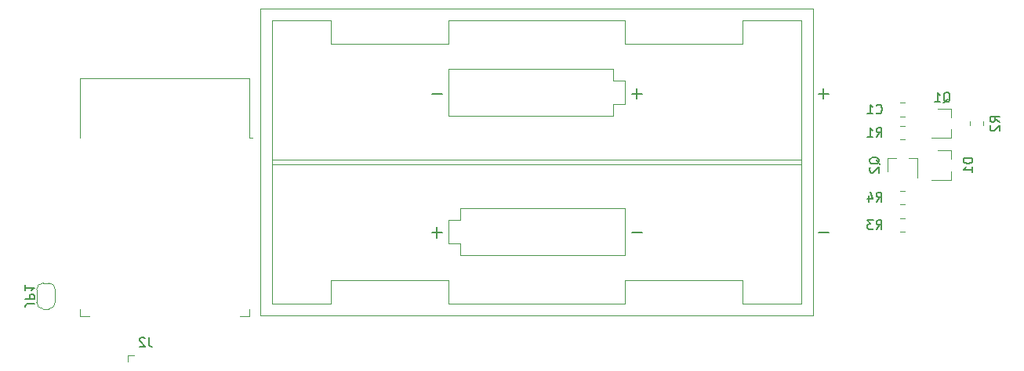
<source format=gbr>
%TF.GenerationSoftware,KiCad,Pcbnew,(5.99.0-6632-gb710573c5)*%
%TF.CreationDate,2020-12-08T22:19:28-05:00*%
%TF.ProjectId,zoom_pad,7a6f6f6d-5f70-4616-942e-6b696361645f,rev?*%
%TF.SameCoordinates,Original*%
%TF.FileFunction,Legend,Bot*%
%TF.FilePolarity,Positive*%
%FSLAX46Y46*%
G04 Gerber Fmt 4.6, Leading zero omitted, Abs format (unit mm)*
G04 Created by KiCad (PCBNEW (5.99.0-6632-gb710573c5)) date 2020-12-08 22:19:28*
%MOMM*%
%LPD*%
G01*
G04 APERTURE LIST*
%ADD10C,0.150000*%
%ADD11C,0.120000*%
G04 APERTURE END LIST*
D10*
%TO.C,R2*%
X172952380Y-93333333D02*
X172476190Y-93000000D01*
X172952380Y-92761904D02*
X171952380Y-92761904D01*
X171952380Y-93142857D01*
X172000000Y-93238095D01*
X172047619Y-93285714D01*
X172142857Y-93333333D01*
X172285714Y-93333333D01*
X172380952Y-93285714D01*
X172428571Y-93238095D01*
X172476190Y-93142857D01*
X172476190Y-92761904D01*
X172047619Y-93714285D02*
X172000000Y-93761904D01*
X171952380Y-93857142D01*
X171952380Y-94095238D01*
X172000000Y-94190476D01*
X172047619Y-94238095D01*
X172142857Y-94285714D01*
X172238095Y-94285714D01*
X172380952Y-94238095D01*
X172952380Y-93666666D01*
X172952380Y-94285714D01*
%TO.C,BT1*%
X154546428Y-105267142D02*
X153403571Y-105267142D01*
X154546428Y-90277142D02*
X153403571Y-90277142D01*
X153975000Y-90848571D02*
X153975000Y-89705714D01*
X134381428Y-105267142D02*
X133238571Y-105267142D01*
X112791428Y-105267142D02*
X111648571Y-105267142D01*
X112220000Y-105838571D02*
X112220000Y-104695714D01*
X134381428Y-90277142D02*
X133238571Y-90277142D01*
X133810000Y-90848571D02*
X133810000Y-89705714D01*
X112791428Y-90277142D02*
X111648571Y-90277142D01*
%TO.C,R4*%
X159666666Y-101952380D02*
X160000000Y-101476190D01*
X160238095Y-101952380D02*
X160238095Y-100952380D01*
X159857142Y-100952380D01*
X159761904Y-101000000D01*
X159714285Y-101047619D01*
X159666666Y-101142857D01*
X159666666Y-101285714D01*
X159714285Y-101380952D01*
X159761904Y-101428571D01*
X159857142Y-101476190D01*
X160238095Y-101476190D01*
X158809523Y-101285714D02*
X158809523Y-101952380D01*
X159047619Y-100904761D02*
X159285714Y-101619047D01*
X158666666Y-101619047D01*
%TO.C,R3*%
X159666666Y-104952380D02*
X160000000Y-104476190D01*
X160238095Y-104952380D02*
X160238095Y-103952380D01*
X159857142Y-103952380D01*
X159761904Y-104000000D01*
X159714285Y-104047619D01*
X159666666Y-104142857D01*
X159666666Y-104285714D01*
X159714285Y-104380952D01*
X159761904Y-104428571D01*
X159857142Y-104476190D01*
X160238095Y-104476190D01*
X159333333Y-103952380D02*
X158714285Y-103952380D01*
X159047619Y-104333333D01*
X158904761Y-104333333D01*
X158809523Y-104380952D01*
X158761904Y-104428571D01*
X158714285Y-104523809D01*
X158714285Y-104761904D01*
X158761904Y-104857142D01*
X158809523Y-104904761D01*
X158904761Y-104952380D01*
X159190476Y-104952380D01*
X159285714Y-104904761D01*
X159333333Y-104857142D01*
%TO.C,R1*%
X159666666Y-94952380D02*
X160000000Y-94476190D01*
X160238095Y-94952380D02*
X160238095Y-93952380D01*
X159857142Y-93952380D01*
X159761904Y-94000000D01*
X159714285Y-94047619D01*
X159666666Y-94142857D01*
X159666666Y-94285714D01*
X159714285Y-94380952D01*
X159761904Y-94428571D01*
X159857142Y-94476190D01*
X160238095Y-94476190D01*
X158714285Y-94952380D02*
X159285714Y-94952380D01*
X159000000Y-94952380D02*
X159000000Y-93952380D01*
X159095238Y-94095238D01*
X159190476Y-94190476D01*
X159285714Y-94238095D01*
%TO.C,Q2*%
X160047619Y-97904761D02*
X160000000Y-97809523D01*
X159904761Y-97714285D01*
X159761904Y-97571428D01*
X159714285Y-97476190D01*
X159714285Y-97380952D01*
X159952380Y-97428571D02*
X159904761Y-97333333D01*
X159809523Y-97238095D01*
X159619047Y-97190476D01*
X159285714Y-97190476D01*
X159095238Y-97238095D01*
X159000000Y-97333333D01*
X158952380Y-97428571D01*
X158952380Y-97619047D01*
X159000000Y-97714285D01*
X159095238Y-97809523D01*
X159285714Y-97857142D01*
X159619047Y-97857142D01*
X159809523Y-97809523D01*
X159904761Y-97714285D01*
X159952380Y-97619047D01*
X159952380Y-97428571D01*
X159047619Y-98238095D02*
X159000000Y-98285714D01*
X158952380Y-98380952D01*
X158952380Y-98619047D01*
X159000000Y-98714285D01*
X159047619Y-98761904D01*
X159142857Y-98809523D01*
X159238095Y-98809523D01*
X159380952Y-98761904D01*
X159952380Y-98190476D01*
X159952380Y-98809523D01*
%TO.C,Q1*%
X166895238Y-91247619D02*
X166990476Y-91200000D01*
X167085714Y-91104761D01*
X167228571Y-90961904D01*
X167323809Y-90914285D01*
X167419047Y-90914285D01*
X167371428Y-91152380D02*
X167466666Y-91104761D01*
X167561904Y-91009523D01*
X167609523Y-90819047D01*
X167609523Y-90485714D01*
X167561904Y-90295238D01*
X167466666Y-90200000D01*
X167371428Y-90152380D01*
X167180952Y-90152380D01*
X167085714Y-90200000D01*
X166990476Y-90295238D01*
X166942857Y-90485714D01*
X166942857Y-90819047D01*
X166990476Y-91009523D01*
X167085714Y-91104761D01*
X167180952Y-91152380D01*
X167371428Y-91152380D01*
X165990476Y-91152380D02*
X166561904Y-91152380D01*
X166276190Y-91152380D02*
X166276190Y-90152380D01*
X166371428Y-90295238D01*
X166466666Y-90390476D01*
X166561904Y-90438095D01*
%TO.C,JP1*%
X68747619Y-112983333D02*
X68033333Y-112983333D01*
X67890476Y-113030952D01*
X67795238Y-113126190D01*
X67747619Y-113269047D01*
X67747619Y-113364285D01*
X67747619Y-112507142D02*
X68747619Y-112507142D01*
X68747619Y-112126190D01*
X68700000Y-112030952D01*
X68652380Y-111983333D01*
X68557142Y-111935714D01*
X68414285Y-111935714D01*
X68319047Y-111983333D01*
X68271428Y-112030952D01*
X68223809Y-112126190D01*
X68223809Y-112507142D01*
X67747619Y-110983333D02*
X67747619Y-111554761D01*
X67747619Y-111269047D02*
X68747619Y-111269047D01*
X68604761Y-111364285D01*
X68509523Y-111459523D01*
X68461904Y-111554761D01*
%TO.C,J2*%
X81105333Y-116640380D02*
X81105333Y-117354666D01*
X81152952Y-117497523D01*
X81248190Y-117592761D01*
X81391047Y-117640380D01*
X81486285Y-117640380D01*
X80676761Y-116735619D02*
X80629142Y-116688000D01*
X80533904Y-116640380D01*
X80295809Y-116640380D01*
X80200571Y-116688000D01*
X80152952Y-116735619D01*
X80105333Y-116830857D01*
X80105333Y-116926095D01*
X80152952Y-117068952D01*
X80724380Y-117640380D01*
X80105333Y-117640380D01*
%TO.C,D1*%
X170052380Y-97261904D02*
X169052380Y-97261904D01*
X169052380Y-97500000D01*
X169100000Y-97642857D01*
X169195238Y-97738095D01*
X169290476Y-97785714D01*
X169480952Y-97833333D01*
X169623809Y-97833333D01*
X169814285Y-97785714D01*
X169909523Y-97738095D01*
X170004761Y-97642857D01*
X170052380Y-97500000D01*
X170052380Y-97261904D01*
X170052380Y-98785714D02*
X170052380Y-98214285D01*
X170052380Y-98500000D02*
X169052380Y-98500000D01*
X169195238Y-98404761D01*
X169290476Y-98309523D01*
X169338095Y-98214285D01*
%TO.C,C1*%
X159666666Y-92357142D02*
X159714285Y-92404761D01*
X159857142Y-92452380D01*
X159952380Y-92452380D01*
X160095238Y-92404761D01*
X160190476Y-92309523D01*
X160238095Y-92214285D01*
X160285714Y-92023809D01*
X160285714Y-91880952D01*
X160238095Y-91690476D01*
X160190476Y-91595238D01*
X160095238Y-91500000D01*
X159952380Y-91452380D01*
X159857142Y-91452380D01*
X159714285Y-91500000D01*
X159666666Y-91547619D01*
X158714285Y-92452380D02*
X159285714Y-92452380D01*
X159000000Y-92452380D02*
X159000000Y-91452380D01*
X159095238Y-91595238D01*
X159190476Y-91690476D01*
X159285714Y-91738095D01*
D11*
%TO.C,R2*%
X171235000Y-93272936D02*
X171235000Y-93727064D01*
X169765000Y-93272936D02*
X169765000Y-93727064D01*
%TO.C,BT1*%
X100790000Y-112955000D02*
X100790000Y-110415000D01*
X94415000Y-112955000D02*
X100790000Y-112955000D01*
X94415000Y-82375000D02*
X94415000Y-112955000D01*
X100790000Y-82375000D02*
X100790000Y-84915000D01*
X94415000Y-82375000D02*
X100790000Y-82375000D01*
X145240000Y-110415000D02*
X132540000Y-110415000D01*
X145240000Y-112955000D02*
X145240000Y-110415000D01*
X151585000Y-112955000D02*
X145240000Y-112955000D01*
X151585000Y-82375000D02*
X151585000Y-112955000D01*
X145240000Y-82375000D02*
X151585000Y-82375000D01*
X145240000Y-84915000D02*
X145240000Y-82375000D01*
X145240000Y-84915000D02*
X132540000Y-84915000D01*
X100790000Y-110415000D02*
X113490000Y-110415000D01*
X132540000Y-82375000D02*
X132540000Y-84915000D01*
X113490000Y-82375000D02*
X132540000Y-82375000D01*
X113490000Y-84915000D02*
X113490000Y-82375000D01*
X100790000Y-84915000D02*
X113490000Y-84915000D01*
X113490000Y-112955000D02*
X113490000Y-110415000D01*
X132540000Y-112955000D02*
X113490000Y-112955000D01*
X132540000Y-110415000D02*
X132540000Y-112955000D01*
X94415000Y-97919000D02*
X151585000Y-97919000D01*
X151585000Y-97411000D02*
X94415000Y-97411000D01*
X113490000Y-87630000D02*
X113490000Y-88900000D01*
X131270000Y-87630000D02*
X113490000Y-87630000D01*
X131270000Y-88900000D02*
X131270000Y-87630000D01*
X132540000Y-88900000D02*
X131270000Y-88900000D01*
X132540000Y-91440000D02*
X132540000Y-88900000D01*
X131270000Y-91440000D02*
X132540000Y-91440000D01*
X131270000Y-92710000D02*
X131270000Y-91440000D01*
X113490000Y-92710000D02*
X131270000Y-92710000D01*
X113490000Y-88900000D02*
X113490000Y-92710000D01*
X114760000Y-107700000D02*
X132540000Y-107700000D01*
X114760000Y-106430000D02*
X114760000Y-107700000D01*
X113490000Y-106430000D02*
X114760000Y-106430000D01*
X113490000Y-103890000D02*
X113490000Y-106430000D01*
X114760000Y-103890000D02*
X113490000Y-103890000D01*
X114760000Y-102620000D02*
X114760000Y-103890000D01*
X132540000Y-102620000D02*
X114760000Y-102620000D01*
X132540000Y-107700000D02*
X132540000Y-102620000D01*
X93145000Y-81105000D02*
X152855000Y-81105000D01*
X152855000Y-81105000D02*
X152855000Y-114225000D01*
X152855000Y-114225000D02*
X93145000Y-114225000D01*
X93145000Y-114225000D02*
X93145000Y-81105000D01*
%TO.C,U1*%
X91940000Y-95055000D02*
X92320000Y-95055000D01*
X91940000Y-88635000D02*
X91940000Y-95055000D01*
X73700000Y-88635000D02*
X73700000Y-95055000D01*
X91940000Y-88635000D02*
X73700000Y-88635000D01*
X73700000Y-114380000D02*
X74700000Y-114380000D01*
X73700000Y-113600000D02*
X73700000Y-114380000D01*
X91940000Y-114380000D02*
X90940000Y-114380000D01*
X91940000Y-113600000D02*
X91940000Y-114380000D01*
%TO.C,R4*%
X162272936Y-100765000D02*
X162727064Y-100765000D01*
X162272936Y-102235000D02*
X162727064Y-102235000D01*
%TO.C,R3*%
X162272936Y-103765000D02*
X162727064Y-103765000D01*
X162272936Y-105235000D02*
X162727064Y-105235000D01*
%TO.C,R1*%
X162727064Y-95235000D02*
X162272936Y-95235000D01*
X162727064Y-93765000D02*
X162272936Y-93765000D01*
%TO.C,Q2*%
X160920000Y-97240000D02*
X160920000Y-98700000D01*
X164080000Y-97240000D02*
X164080000Y-99400000D01*
X164080000Y-97240000D02*
X163150000Y-97240000D01*
X160920000Y-97240000D02*
X161850000Y-97240000D01*
%TO.C,Q1*%
X167760000Y-91920000D02*
X166300000Y-91920000D01*
X167760000Y-95080000D02*
X165600000Y-95080000D01*
X167760000Y-95080000D02*
X167760000Y-94150000D01*
X167760000Y-91920000D02*
X167760000Y-92850000D01*
%TO.C,JP1*%
X69000000Y-111450000D02*
X69000000Y-112850000D01*
X69700000Y-113550000D02*
X70300000Y-113550000D01*
X71000000Y-112850000D02*
X71000000Y-111450000D01*
X70300000Y-110750000D02*
X69700000Y-110750000D01*
X69700000Y-110750000D02*
G75*
G03*
X69000000Y-111450000I0J-700000D01*
G01*
X71000000Y-111450000D02*
G75*
G03*
X70300000Y-110750000I-700000J0D01*
G01*
X70300000Y-113550000D02*
G75*
G03*
X71000000Y-112850000I0J700000D01*
G01*
X69000000Y-112850000D02*
G75*
G03*
X69700000Y-113550000I700000J0D01*
G01*
%TO.C,J2*%
X79502000Y-118618000D02*
X78867000Y-118618000D01*
X78867000Y-118618000D02*
X78867000Y-119253000D01*
%TO.C,D1*%
X167760000Y-96420000D02*
X166300000Y-96420000D01*
X167760000Y-99580000D02*
X165600000Y-99580000D01*
X167760000Y-99580000D02*
X167760000Y-98650000D01*
X167760000Y-96420000D02*
X167760000Y-97350000D01*
%TO.C,C1*%
X162238748Y-91265000D02*
X162761252Y-91265000D01*
X162238748Y-92735000D02*
X162761252Y-92735000D01*
%TD*%
M02*

</source>
